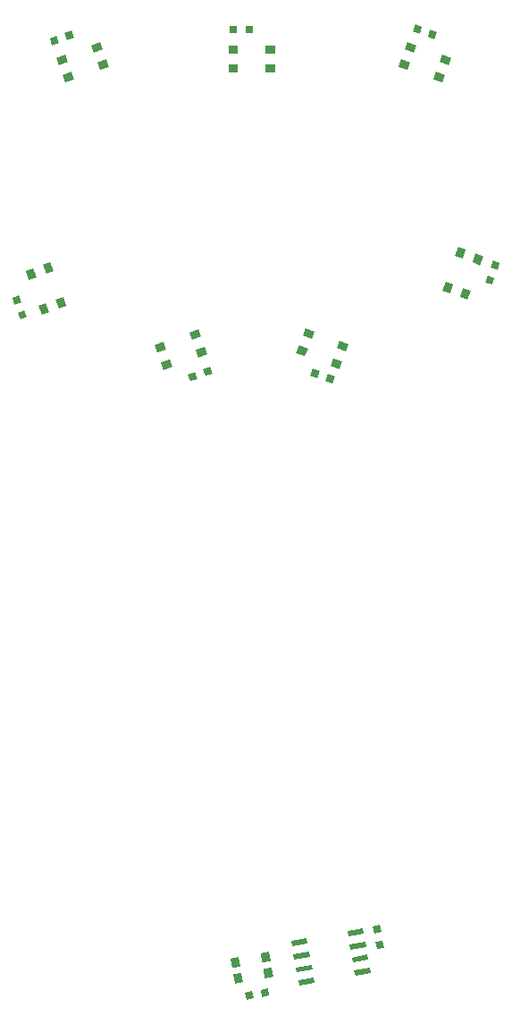
<source format=gtp>
G04                                                      *
G04 Greetings!                                           *
G04 This Gerber was generated by PCBmodE, an open source *
G04 PCB design software. Get it here:                    *
G04                                                      *
G04   http://pcbmode.com                                 *
G04                                                      *
G04 Also visit                                           *
G04                                                      *
G04   http://boldport.com                                *
G04                                                      *
G04 and follow @boldport / @pcbmode for updates!         *
G04                                                      *

G04 leading zeros omitted (L); absolute data (A); 6 integer digits and 6 fractional digits *
%FSLAX66Y66*%

G04 mode (MO): millimeters (MM) *
%MOMM*%

G04 Aperture definitions *
%ADD10C,0.001X*%
%ADD11C,0.001X*%

%LPD*%
G36*
G01X15671688Y-49194849D02*
G01X15363870Y-48349125D01*
G01X16068640Y-48092610D01*
G01X16376458Y-48938334D01*
G01X15671688Y-49194849D01*
G37*
G36*
G01X16119080Y-45307389D02*
G01X15811262Y-44461666D01*
G01X16516031Y-44205151D01*
G01X16823849Y-45050874D01*
G01X16119080Y-45307389D01*
G37*
G36*
G01X17316150Y-48596313D02*
G01X17008332Y-47750590D01*
G01X17713102Y-47494075D01*
G01X18020920Y-48339798D01*
G01X17316150Y-48596313D01*
G37*
G36*
G01X14474618Y-45905925D02*
G01X14166800Y-45060201D01*
G01X14871569Y-44803686D01*
G01X15179387Y-45649409D01*
G01X14474618Y-45905925D01*
G37*
G36*
G01X17099011Y-24877828D02*
G01X17944735Y-24570010D01*
G01X18201250Y-25274780D01*
G01X17355526Y-25582598D01*
G01X17099011Y-24877828D01*
G37*
G36*
G01X20986471Y-25325220D02*
G01X21832194Y-25017402D01*
G01X22088709Y-25722171D01*
G01X21242986Y-26029989D01*
G01X20986471Y-25325220D01*
G37*
G36*
G01X17697547Y-26522290D02*
G01X18543270Y-26214472D01*
G01X18799785Y-26919242D01*
G01X17954062Y-27227060D01*
G01X17697547Y-26522290D01*
G37*
G36*
G01X20387935Y-23680758D02*
G01X21233659Y-23372940D01*
G01X21490174Y-24077709D01*
G01X20644451Y-24385527D01*
G01X20387935Y-23680758D01*
G37*
G36*
G01X43933658Y-54327060D02*
G01X43087935Y-54019242D01*
G01X43344450Y-53314473D01*
G01X44190174Y-53622291D01*
G01X43933658Y-54327060D01*
G37*
G36*
G01X41243270Y-51485528D02*
G01X40397546Y-51177710D01*
G01X40654061Y-50472940D01*
G01X41499785Y-50780758D01*
G01X41243270Y-51485528D01*
G37*
G36*
G01X44532194Y-52682598D02*
G01X43686470Y-52374780D01*
G01X43942985Y-51670011D01*
G01X44788709Y-51977829D01*
G01X44532194Y-52682598D01*
G37*
G36*
G01X40644734Y-53129990D02*
G01X39799011Y-52822172D01*
G01X40055526Y-52117402D01*
G01X40901249Y-52425220D01*
G01X40644734Y-53129990D01*
G37*
G36*
G01X50354062Y-23372940D02*
G01X51199785Y-23680758D01*
G01X50943270Y-24385527D01*
G01X50097546Y-24077709D01*
G01X50354062Y-23372940D01*
G37*
G36*
G01X53044450Y-26214472D02*
G01X53890174Y-26522290D01*
G01X53633659Y-27227060D01*
G01X52787935Y-26919242D01*
G01X53044450Y-26214472D01*
G37*
G36*
G01X49755526Y-25017402D02*
G01X50601250Y-25325220D01*
G01X50344735Y-26029989D01*
G01X49499011Y-25722171D01*
G01X49755526Y-25017402D01*
G37*
G36*
G01X53642986Y-24570010D02*
G01X54488709Y-24877828D01*
G01X54232194Y-25582598D01*
G01X53386471Y-25274780D01*
G01X53642986Y-24570010D01*
G37*
G36*
G01X31388709Y-52922172D02*
G01X30542985Y-53229990D01*
G01X30286470Y-52525220D01*
G01X31132194Y-52217402D01*
G01X31388709Y-52922172D01*
G37*
G36*
G01X27501249Y-52474780D02*
G01X26655526Y-52782598D01*
G01X26399011Y-52077829D01*
G01X27244734Y-51770011D01*
G01X27501249Y-52474780D01*
G37*
G36*
G01X30790173Y-51277710D02*
G01X29944450Y-51585528D01*
G01X29687935Y-50880758D01*
G01X30533658Y-50572940D01*
G01X30790173Y-51277710D01*
G37*
G36*
G01X28099785Y-54119242D02*
G01X27254061Y-54427060D01*
G01X26997546Y-53722291D01*
G01X27843269Y-53414473D01*
G01X28099785Y-54119242D01*
G37*
G36*
G01X33393860Y-23750000D02*
G01X34293860Y-23750000D01*
G01X34293860Y-24500000D01*
G01X33393860Y-24500000D01*
G01X33393860Y-23750000D01*
G37*
G36*
G01X36893860Y-25500000D02*
G01X37793860Y-25500000D01*
G01X37793860Y-26250000D01*
G01X36893860Y-26250000D01*
G01X36893860Y-25500000D01*
G37*
G36*
G01X33393860Y-25500000D02*
G01X34293860Y-25500000D01*
G01X34293860Y-26250000D01*
G01X33393860Y-26250000D01*
G01X33393860Y-25500000D01*
G37*
G36*
G01X36893860Y-23750000D02*
G01X37793860Y-23750000D01*
G01X37793860Y-24500000D01*
G01X36893860Y-24500000D01*
G01X36893860Y-23750000D01*
G37*
G36*
G01X39322061Y-108476825D02*
G01X40799273Y-108216353D01*
G01X40886097Y-108708757D01*
G01X39408885Y-108969229D01*
G01X39322061Y-108476825D01*
G37*
G36*
G01X39763128Y-110978237D02*
G01X41240339Y-110717765D01*
G01X41327163Y-111210169D01*
G01X39849952Y-111470641D01*
G01X39763128Y-110978237D01*
G37*
G36*
G01X39542594Y-109727531D02*
G01X41019806Y-109467059D01*
G01X41106630Y-109959463D01*
G01X39629419Y-110219935D01*
G01X39542594Y-109727531D01*
G37*
G36*
G01X45301623Y-111291243D02*
G01X46778834Y-111030770D01*
G01X46865658Y-111523174D01*
G01X45388447Y-111783647D01*
G01X45301623Y-111291243D01*
G37*
G36*
G01X39983661Y-112228943D02*
G01X41460872Y-111968471D01*
G01X41547697Y-112460874D01*
G01X40070485Y-112721347D01*
G01X39983661Y-112228943D01*
G37*
G36*
G01X44860556Y-108789831D02*
G01X46337768Y-108529359D01*
G01X46424592Y-109021763D01*
G01X44947380Y-109282235D01*
G01X44860556Y-108789831D01*
G37*
G36*
G01X45081090Y-110040537D02*
G01X46558301Y-109780065D01*
G01X46645125Y-110272468D01*
G01X45167914Y-110532941D01*
G01X45081090Y-110040537D01*
G37*
G36*
G01X44640023Y-107539125D02*
G01X46117235Y-107278653D01*
G01X46204059Y-107771057D01*
G01X44726847Y-108031529D01*
G01X44640023Y-107539125D01*
G37*
G36*
G01X57520920Y-43660202D02*
G01X57213102Y-44505925D01*
G01X56508333Y-44249410D01*
G01X56816151Y-43403686D01*
G01X57520920Y-43660202D01*
G37*
G36*
G01X54679388Y-46350590D02*
G01X54371570Y-47196314D01*
G01X53666800Y-46939799D01*
G01X53974618Y-46094075D01*
G01X54679388Y-46350590D01*
G37*
G36*
G01X55876458Y-43061666D02*
G01X55568640Y-43907390D01*
G01X54863871Y-43650875D01*
G01X55171689Y-42805151D01*
G01X55876458Y-43061666D01*
G37*
G36*
G01X56323850Y-46949126D02*
G01X56016032Y-47794849D01*
G01X55311262Y-47538334D01*
G01X55619080Y-46692611D01*
G01X56323850Y-46949126D01*
G37*
G36*
G01X33563588Y-110139480D02*
G01X34351434Y-110000562D01*
G01X34507717Y-110886888D01*
G01X33719871Y-111025807D01*
G01X33563588Y-110139480D01*
G37*
G36*
G01X36680002Y-111113112D02*
G01X37467849Y-110974193D01*
G01X37624132Y-111860520D01*
G01X36836286Y-111999439D01*
G01X36680002Y-111113112D01*
G37*
G36*
G01X33824060Y-111616692D02*
G01X34611906Y-111477773D01*
G01X34768189Y-112364100D01*
G01X33980343Y-112503019D01*
G01X33824060Y-111616692D01*
G37*
G36*
G01X36419530Y-109635900D02*
G01X37207376Y-109496982D01*
G01X37363660Y-110383309D01*
G01X36575813Y-110522227D01*
G01X36419530Y-109635900D01*
G37*
G36*
G01X13641190Y-49653368D02*
G01X13401776Y-48995584D01*
G01X14059561Y-48756170D01*
G01X14298975Y-49413954D01*
G01X13641190Y-49653368D01*
G37*
G36*
G01X13128160Y-48243830D02*
G01X12888746Y-47586045D01*
G01X13546531Y-47346631D01*
G01X13785945Y-48004415D01*
G01X13128160Y-48243830D01*
G37*
G36*
G01X16440492Y-23047330D02*
G01X17098276Y-22807916D01*
G01X17337690Y-23465701D01*
G01X16679906Y-23705115D01*
G01X16440492Y-23047330D01*
G37*
G36*
G01X17850030Y-22534300D02*
G01X18507815Y-22294886D01*
G01X18747229Y-22952671D01*
G01X18089445Y-23192085D01*
G01X17850030Y-22534300D01*
G37*
G36*
G01X59098974Y-44286046D02*
G01X58859560Y-44943830D01*
G01X58201775Y-44704416D01*
G01X58441189Y-44046631D01*
G01X59098974Y-44286046D01*
G37*
G36*
G01X58585944Y-45695584D02*
G01X58346530Y-46353369D01*
G01X57688745Y-46113955D01*
G01X57928159Y-45456170D01*
G01X58585944Y-45695584D01*
G37*
G36*
G01X34949794Y-113346330D02*
G01X35639160Y-113224776D01*
G01X35760713Y-113914142D01*
G01X35071348Y-114035696D01*
G01X34949794Y-113346330D01*
G37*
G36*
G01X36427006Y-113085858D02*
G01X37116371Y-112964304D01*
G01X37237925Y-113653670D01*
G01X36548560Y-113775223D01*
G01X36427006Y-113085858D01*
G37*
G36*
G01X47747530Y-106955934D02*
G01X47869084Y-107645300D01*
G01X47179718Y-107766853D01*
G01X47058164Y-107077488D01*
G01X47747530Y-106955934D01*
G37*
G36*
G01X48008002Y-108433146D02*
G01X48129556Y-109122511D01*
G01X47440190Y-109244065D01*
G01X47318637Y-108554700D01*
G01X48008002Y-108433146D01*
G37*
G36*
G01X31847228Y-54752670D02*
G01X31189444Y-54992084D01*
G01X30950030Y-54334299D01*
G01X31607814Y-54094885D01*
G01X31847228Y-54752670D01*
G37*
G36*
G01X30437690Y-55265700D02*
G01X29779905Y-55505114D01*
G01X29540491Y-54847329D01*
G01X30198275Y-54607915D01*
G01X30437690Y-55265700D01*
G37*
G36*
G01X33493860Y-21850000D02*
G01X34193860Y-21850000D01*
G01X34193860Y-22550000D01*
G01X33493860Y-22550000D01*
G01X33493860Y-21850000D01*
G37*
G36*
G01X34993860Y-21850000D02*
G01X35693860Y-21850000D01*
G01X35693860Y-22550000D01*
G01X34993860Y-22550000D01*
G01X34993860Y-21850000D01*
G37*
G36*
G01X43207814Y-55705114D02*
G01X42550030Y-55465700D01*
G01X42789444Y-54807915D01*
G01X43447229Y-55047329D01*
G01X43207814Y-55705114D01*
G37*
G36*
G01X41798276Y-55192084D02*
G01X41140491Y-54952670D01*
G01X41379905Y-54294885D01*
G01X42037690Y-54534299D01*
G01X41798276Y-55192084D01*
G37*
G36*
G01X51079906Y-21694886D02*
G01X51737690Y-21934300D01*
G01X51498276Y-22592085D01*
G01X50840491Y-22352671D01*
G01X51079906Y-21694886D01*
G37*
G36*
G01X52489444Y-22207916D02*
G01X53147229Y-22447330D01*
G01X52907815Y-23105115D01*
G01X52250030Y-22865701D01*
G01X52489444Y-22207916D01*
G37*

G04 Pad flashes *
%LPD*%
D11*

G04 end of program *
M02*

</source>
